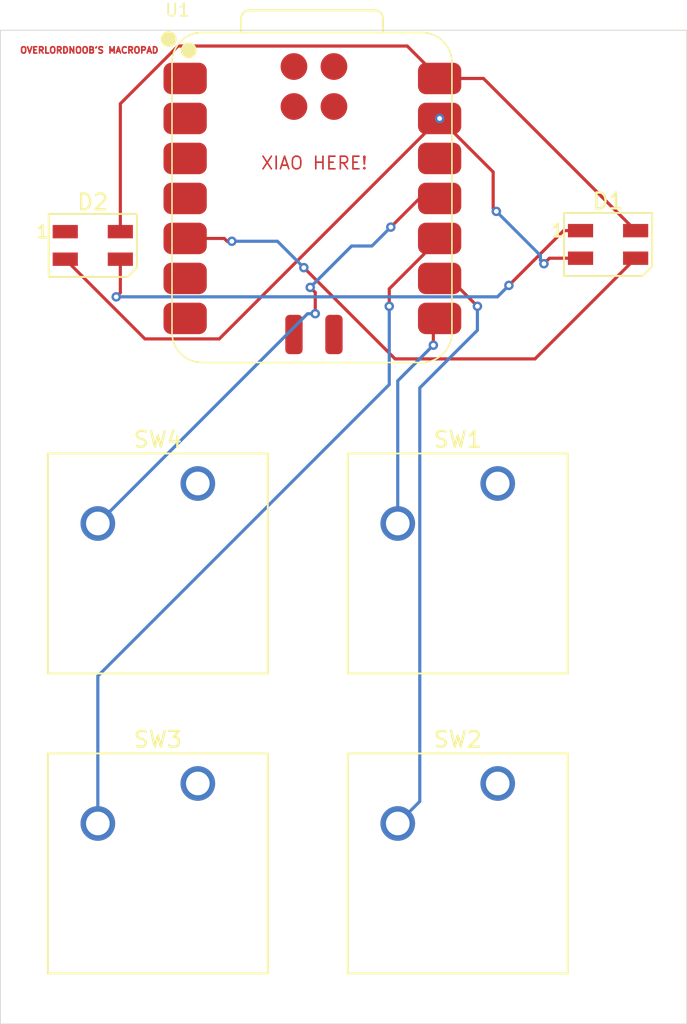
<source format=kicad_pcb>
(kicad_pcb (version 20240108) (generator "pcbnew") (generator_version "8.0")
  (layers (0 "F.Cu" signal) (31 "B.Cu" signal) (34 "B.Paste" user) (35 "F.Paste" user) (36 "B.SilkS" user "B.Silkscreen") (37 "F.SilkS" user "F.Silkscreen") (38 "B.Mask" user) (39 "F.Mask" user) (44 "Edge.Cuts" user))
  (net 0 "")
  (net 1 "Net-(D1-DOUT)")
  (net 2 "GND")
  (net 3 "Net-(D1-DIN)")
  (net 4 "+5V")
  (net 6 "Net-(U1-GPIO1{slash}RX)")
  (net 9 "Net-(U1-GPIO2{slash}SCK)")
  (net 10 "Net-(U1-GPIO4{slash}MISO)")
  (net 12 "Net-(U1-GPIO3{slash}MOSI)")
  (footprint "Button_Switch_Keyboard:SW_Cherry_MX_1.00u_PCB" (layer "F.Cu") (at 116.84 75.8825)
    (property "Reference" "SW4" (at -2.54 -2.794 0) (layer "F.SilkS"))
    (property "Value" "SW_Push")
    (fp_line (start -9.525 -1.905) (end 4.445 -1.905) (stroke (width 0.12)) (layer "F.SilkS"))
    (fp_line (start -9.525 12.065) (end -9.525 -1.905) (stroke (width 0.12)) (layer "F.SilkS"))
    (fp_line (start 4.445 -1.905) (end 4.445 12.065) (stroke (width 0.12)) (layer "F.SilkS"))
    (fp_line (start 4.445 12.065) (end -9.525 12.065) (stroke (width 0.12)) (layer "F.SilkS"))
    (pad "" np_thru_hole circle (at -7.62 5.08) (size 1.7 1.7) (drill 1.7) (layers "*.Cu" "*.Mask"))
    (pad "" np_thru_hole circle (at -2.54 5.08) (size 4 4) (drill 4) (layers "*.Cu" "*.Mask"))
    (pad "" np_thru_hole circle (at 2.54 5.08) (size 1.7 1.7) (drill 1.7) (layers "*.Cu" "*.Mask"))
    (pad "1" thru_hole circle (at 0 0) (size 2.2 2.2) (drill 1.5) (layers "*.Cu" "*.Mask"))
    (pad "2" thru_hole circle (at -6.35 2.54) (size 2.2 2.2) (drill 1.5) (layers "*.Cu" "*.Mask") (net 12 "Net-(U1-GPIO3{slash}MOSI)"))
  )
  (footprint "LED_SMD:LED_SK6812MINI_PLCC4_3.5x3.5mm_P1.75mm" (layer "F.Cu") (at 142.9 60.7)
    (property "Reference" "D1" (at 0 -2.75 0) (layer "F.SilkS"))
    (property "Value" "SK6812MINI")
    (fp_line (start -2.8 -2) (end -2.8 2) (stroke (width 0.12)) (layer "F.SilkS"))
    (fp_line (start -2.8 -2) (end 2.8 -2) (stroke (width 0.12)) (layer "F.SilkS"))
    (fp_line (start -2.8 2) (end 2.2 2) (stroke (width 0.12)) (layer "F.SilkS"))
    (fp_line (start 2.8 1.4) (end 2.2 2) (stroke (width 0.12)) (layer "F.SilkS"))
    (fp_line (start 2.8 1.4) (end 2.8 -2) (stroke (width 0.12)) (layer "F.SilkS"))
    (fp_text user "1" (at -3.2 -0.875 0) (layer "F.SilkS") (effects (font (size 0.8 0.8))))
    (pad "1" smd rect (at -1.75 -0.875) (size 1.6 0.85) (layers "F.Cu" "F.Paste" "F.Mask") (net 1 "Net-(D1-DOUT)"))
    (pad "2" smd rect (at -1.75 0.875) (size 1.6 0.85) (layers "F.Cu" "F.Paste" "F.Mask") (net 2 "GND"))
    (pad "3" smd rect (at 1.75 0.875) (size 1.6 0.85) (layers "F.Cu" "F.Paste" "F.Mask") (net 3 "Net-(D1-DIN)"))
    (pad "4" smd rect (at 1.75 -0.875) (size 1.6 0.85) (layers "F.Cu" "F.Paste" "F.Mask") (net 4 "+5V"))
  )
  (footprint "OPL:XIAO-RP2040-SMD" (layer "F.Cu") (at 124.035 57.78)
    (property "Reference" "U1" (at -9.335 -11.5 0) (layer "F.SilkS") (effects (font (size 0.78232 0.78232) (thickness 0.10668)) (justify left bottom)))
    (property "Value" "XIAO-RP2040-DIP")
    (fp_line (start -8.835 8.513) (end -8.835 -8.632) (stroke (width 0.1)) (layer "F.SilkS"))
    (fp_line (start -6.93 10.418) (end 7.04 10.418) (stroke (width 0.1)) (layer "F.SilkS"))
    (fp_line (start -4.44 -10.537) (end -4.436272 -11.447272) (stroke (width 0.127)) (layer "F.SilkS"))
    (fp_line (start -3.936272 -11.947) (end 4.059 -11.947) (stroke (width 0.127)) (layer "F.SilkS"))
    (fp_line (start 4.559 -11.447) (end 4.559 -10.537) (stroke (width 0.127)) (layer "F.SilkS"))
    (fp_line (start 7.04 -10.537) (end -6.93 -10.537) (stroke (width 0.1)) (layer "F.SilkS"))
    (fp_line (start 8.945 8.513) (end 8.945 -8.632) (stroke (width 0.1)) (layer "F.SilkS"))
    (fp_arc (start -8.835 -8.636) (mid -8.277038 -9.983038) (end -6.93 -10.541) (stroke (width 0.1)) (layer "F.SilkS"))
    (fp_arc (start -6.93 10.418) (mid -8.277038 9.860038) (end -8.835 8.513) (stroke (width 0.1)) (layer "F.SilkS"))
    (fp_arc (start -4.436272 -11.447272) (mid -4.289724 -11.800644) (end -3.936272 -11.947) (stroke (width 0.127)) (layer "F.SilkS"))
    (fp_arc (start 4.059 -11.947) (mid 4.412553 -11.800553) (end 4.559 -11.447) (stroke (width 0.127)) (layer "F.SilkS"))
    (fp_arc (start 7.04 -10.537) (mid 8.387038 -9.979038) (end 8.945 -8.632) (stroke (width 0.1)) (layer "F.SilkS"))
    (fp_arc (start 8.945 8.513) (mid 8.387038 9.860038) (end 7.04 10.418) (stroke (width 0.1)) (layer "F.SilkS"))
    (fp_circle (center -9.045 -10.121) (end -9.045 -10.375) (stroke (width 0.5)) (fill solid) (layer "F.SilkS"))
    (fp_circle (center -7.771 -9.404) (end -7.771 -9.658) (stroke (width 0.5)) (fill solid) (layer "F.SilkS"))
    (pad "1" smd roundrect (at -8 -7.62) (size 2.75 2) (layers "F.Cu" "F.Paste" "F.Mask"))
    (pad "2" smd roundrect (at -8 -5.08) (size 2.75 2) (layers "F.Cu" "F.Paste" "F.Mask"))
    (pad "3" smd roundrect (at -8 -2.54) (size 2.75 2) (layers "F.Cu" "F.Paste" "F.Mask"))
    (pad "4" smd roundrect (at -8 0) (size 2.75 2) (layers "F.Cu" "F.Paste" "F.Mask"))
    (pad "5" smd roundrect (at -8 2.54) (size 2.75 2) (layers "F.Cu" "F.Paste" "F.Mask") (net 3 "Net-(D1-DIN)"))
    (pad "6" smd roundrect (at -8 5.08) (size 2.75 2) (layers "F.Cu" "F.Paste" "F.Mask"))
    (pad "7" smd roundrect (at -8 7.62) (size 2.75 2) (layers "F.Cu" "F.Paste" "F.Mask"))
    (pad "8" smd roundrect (at 8.165 7.62) (size 2.75 2) (layers "F.Cu" "F.Paste" "F.Mask") (net 6 "Net-(U1-GPIO1{slash}RX)"))
    (pad "9" smd roundrect (at 8.165 5.08) (size 2.75 2) (layers "F.Cu" "F.Paste" "F.Mask") (net 9 "Net-(U1-GPIO2{slash}SCK)"))
    (pad "10" smd roundrect (at 8.165 2.54) (size 2.75 2) (layers "F.Cu" "F.Paste" "F.Mask") (net 10 "Net-(U1-GPIO4{slash}MISO)"))
    (pad "11" smd roundrect (at 8.165 0) (size 2.75 2) (layers "F.Cu" "F.Paste" "F.Mask") (net 12 "Net-(U1-GPIO3{slash}MOSI)"))
    (pad "12" smd roundrect (at 8.165 -2.54) (size 2.75 2) (layers "F.Cu" "F.Paste" "F.Mask"))
    (pad "13" smd roundrect (at 8.165 -5.08) (size 2.75 2) (layers "F.Cu" "F.Paste" "F.Mask") (net 2 "GND"))
    (pad "14" smd roundrect (at 8.165 -7.62) (size 2.75 2) (layers "F.Cu" "F.Paste" "F.Mask") (net 4 "+5V"))
    (pad "15" smd roundrect (at -1.088 8.64 270) (size 2.5 1.1) (layers "F.Cu" "F.Paste" "F.Mask"))
    (pad "16" smd roundrect (at 1.452 8.64 270) (size 2.5 1.1) (layers "F.Cu" "F.Paste" "F.Mask"))
    (pad "17" smd circle (at -1.088 -8.378) (size 1.7 1.7) (layers "F.Cu" "F.Paste" "F.Mask"))
    (pad "18" smd circle (at 1.452 -8.378) (size 1.7 1.7) (layers "F.Cu" "F.Paste" "F.Mask"))
    (pad "19" smd circle (at -1.088 -5.838) (size 1.7 1.7) (layers "F.Cu" "F.Paste" "F.Mask"))
    (pad "20" smd circle (at 1.452 -5.838) (size 1.7 1.7) (layers "F.Cu" "F.Paste" "F.Mask"))
  )
  (footprint "Button_Switch_Keyboard:SW_Cherry_MX_1.00u_PCB" (layer "F.Cu") (at 135.89 75.8825)
    (property "Reference" "SW1" (at -2.54 -2.794 0) (layer "F.SilkS"))
    (property "Value" "SW_Push")
    (fp_line (start -9.525 -1.905) (end 4.445 -1.905) (stroke (width 0.12)) (layer "F.SilkS"))
    (fp_line (start -9.525 12.065) (end -9.525 -1.905) (stroke (width 0.12)) (layer "F.SilkS"))
    (fp_line (start 4.445 -1.905) (end 4.445 12.065) (stroke (width 0.12)) (layer "F.SilkS"))
    (fp_line (start 4.445 12.065) (end -9.525 12.065) (stroke (width 0.12)) (layer "F.SilkS"))
    (pad "" np_thru_hole circle (at -7.62 5.08) (size 1.7 1.7) (drill 1.7) (layers "*.Cu" "*.Mask"))
    (pad "" np_thru_hole circle (at -2.54 5.08) (size 4 4) (drill 4) (layers "*.Cu" "*.Mask"))
    (pad "" np_thru_hole circle (at 2.54 5.08) (size 1.7 1.7) (drill 1.7) (layers "*.Cu" "*.Mask"))
    (pad "1" thru_hole circle (at 0 0) (size 2.2 2.2) (drill 1.5) (layers "*.Cu" "*.Mask"))
    (pad "2" thru_hole circle (at -6.35 2.54) (size 2.2 2.2) (drill 1.5) (layers "*.Cu" "*.Mask") (net 6 "Net-(U1-GPIO1{slash}RX)"))
  )
  (footprint "LED_SMD:LED_SK6812MINI_PLCC4_3.5x3.5mm_P1.75mm" (layer "F.Cu") (at 110.16875 60.76375)
    (property "Reference" "D2" (at 0 -2.75 0) (layer "F.SilkS"))
    (property "Value" "SK6812MINI")
    (fp_line (start -2.8 -2) (end -2.8 2) (stroke (width 0.12)) (layer "F.SilkS"))
    (fp_line (start -2.8 -2) (end 2.8 -2) (stroke (width 0.12)) (layer "F.SilkS"))
    (fp_line (start -2.8 2) (end 2.2 2) (stroke (width 0.12)) (layer "F.SilkS"))
    (fp_line (start 2.8 1.4) (end 2.2 2) (stroke (width 0.12)) (layer "F.SilkS"))
    (fp_line (start 2.8 1.4) (end 2.8 -2) (stroke (width 0.12)) (layer "F.SilkS"))
    (fp_text user "1" (at -3.2 -0.875 0) (layer "F.SilkS") (effects (font (size 0.8 0.8))))
    (pad "1" smd rect (at -1.75 -0.875) (size 1.6 0.85) (layers "F.Cu" "F.Paste" "F.Mask"))
    (pad "2" smd rect (at -1.75 0.875) (size 1.6 0.85) (layers "F.Cu" "F.Paste" "F.Mask") (net 2 "GND"))
    (pad "3" smd rect (at 1.75 0.875) (size 1.6 0.85) (layers "F.Cu" "F.Paste" "F.Mask") (net 1 "Net-(D1-DOUT)"))
    (pad "4" smd rect (at 1.75 -0.875) (size 1.6 0.85) (layers "F.Cu" "F.Paste" "F.Mask") (net 4 "+5V"))
  )
  (footprint "Button_Switch_Keyboard:SW_Cherry_MX_1.00u_PCB" (layer "F.Cu") (at 135.89 94.9325)
    (property "Reference" "SW2" (at -2.54 -2.794 0) (layer "F.SilkS"))
    (property "Value" "SW_Push")
    (fp_line (start -9.525 -1.905) (end 4.445 -1.905) (stroke (width 0.12)) (layer "F.SilkS"))
    (fp_line (start -9.525 12.065) (end -9.525 -1.905) (stroke (width 0.12)) (layer "F.SilkS"))
    (fp_line (start 4.445 -1.905) (end 4.445 12.065) (stroke (width 0.12)) (layer "F.SilkS"))
    (fp_line (start 4.445 12.065) (end -9.525 12.065) (stroke (width 0.12)) (layer "F.SilkS"))
    (pad "" np_thru_hole circle (at -7.62 5.08) (size 1.7 1.7) (drill 1.7) (layers "*.Cu" "*.Mask"))
    (pad "" np_thru_hole circle (at -2.54 5.08) (size 4 4) (drill 4) (layers "*.Cu" "*.Mask"))
    (pad "" np_thru_hole circle (at 2.54 5.08) (size 1.7 1.7) (drill 1.7) (layers "*.Cu" "*.Mask"))
    (pad "1" thru_hole circle (at 0 0) (size 2.2 2.2) (drill 1.5) (layers "*.Cu" "*.Mask"))
    (pad "2" thru_hole circle (at -6.35 2.54) (size 2.2 2.2) (drill 1.5) (layers "*.Cu" "*.Mask") (net 9 "Net-(U1-GPIO2{slash}SCK)"))
  )
  (footprint "Button_Switch_Keyboard:SW_Cherry_MX_1.00u_PCB" (layer "F.Cu") (at 116.84 94.9325)
    (property "Reference" "SW3" (at -2.54 -2.794 0) (layer "F.SilkS"))
    (property "Value" "SW_Push")
    (fp_line (start -9.525 -1.905) (end 4.445 -1.905) (stroke (width 0.12)) (layer "F.SilkS"))
    (fp_line (start -9.525 12.065) (end -9.525 -1.905) (stroke (width 0.12)) (layer "F.SilkS"))
    (fp_line (start 4.445 -1.905) (end 4.445 12.065) (stroke (width 0.12)) (layer "F.SilkS"))
    (fp_line (start 4.445 12.065) (end -9.525 12.065) (stroke (width 0.12)) (layer "F.SilkS"))
    (pad "" np_thru_hole circle (at -7.62 5.08) (size 1.7 1.7) (drill 1.7) (layers "*.Cu" "*.Mask"))
    (pad "" np_thru_hole circle (at -2.54 5.08) (size 4 4) (drill 4) (layers "*.Cu" "*.Mask"))
    (pad "" np_thru_hole circle (at 2.54 5.08) (size 1.7 1.7) (drill 1.7) (layers "*.Cu" "*.Mask"))
    (pad "1" thru_hole circle (at 0 0) (size 2.2 2.2) (drill 1.5) (layers "*.Cu" "*.Mask"))
    (pad "2" thru_hole circle (at -6.35 2.54) (size 2.2 2.2) (drill 1.5) (layers "*.Cu" "*.Mask") (net 10 "Net-(U1-GPIO4{slash}MISO)"))
  )
  (gr_rect (start 104.3 47.1) (end 147.9 110.2) (stroke (width 0.05)) (fill none) (layer "Edge.Cuts"))
  (gr_text "XIAO HERE!" (at 120.8 56 0) (layer "F.Cu") (effects (font (size 0.8 0.8) (thickness 0.1)) (justify left bottom)))
  (gr_text "OVERLORDNOOB'S MACROPAD" (at 105.5 48.6 0) (layer "F.Cu") (effects (font (size 0.4 0.4) (thickness 0.1) (bold yes)) (justify left bottom)))
  (segment (start 140.075 59.825) (end 141.15 59.825) (width 0.2) (layer "F.Cu") (net 1))
  (segment (start 111.91875 61.63875) (end 111.91875 63.767034) (width 0.2) (layer "F.Cu") (net 1))
  (segment (start 136.6 63.3) (end 140.075 59.825) (width 0.2) (layer "F.Cu") (net 1))
  (segment (start 111.91875 63.767034) (end 111.657157 64.028627) (width 0.2) (layer "F.Cu") (net 1))
  (via (at 111.657157 64.028627) (size 0.6) (drill 0.3) (layers "F.Cu" "B.Cu") (net 1))
  (via (at 136.6 63.3) (size 0.6) (drill 0.3) (layers "F.Cu" "B.Cu") (net 1))
  (segment (start 111.657157 64.028627) (end 135.871373 64.028627) (width 0.2) (layer "B.Cu") (net 1))
  (segment (start 135.871373 64.028627) (end 136.6 63.3) (width 0.2) (layer "B.Cu") (net 1))
  (segment (start 135.8 58.6) (end 135.6 58.4) (width 0.2) (layer "F.Cu") (net 2))
  (segment (start 135.6 58.4) (end 135.6 56.1) (width 0.2) (layer "F.Cu") (net 2))
  (segment (start 108.41875 61.63875) (end 113.48 66.7) (width 0.2) (layer "F.Cu") (net 2))
  (segment (start 139.17353 61.575) (end 138.824265 61.924265) (width 0.2) (layer "F.Cu") (net 2))
  (segment (start 141.15 61.575) (end 139.17353 61.575) (width 0.2) (layer "F.Cu") (net 2))
  (segment (start 113.48 66.7) (end 118.2 66.7) (width 0.2) (layer "F.Cu") (net 2))
  (segment (start 118.2 66.7) (end 132.2 52.7) (width 0.2) (layer "F.Cu") (net 2))
  (segment (start 135.6 56.1) (end 132.2 52.7) (width 0.2) (layer "F.Cu") (net 2))
  (via (at 135.8 58.6) (size 0.6) (drill 0.3) (layers "F.Cu" "B.Cu") (net 2))
  (via (at 138.824265 61.924265) (size 0.6) (drill 0.3) (layers "F.Cu" "B.Cu") (net 2))
  (via (at 132.2 52.7) (size 0.6) (drill 0.3) (layers "F.Cu" "B.Cu") (net 2))
  (segment (start 138.824265 61.924265) (end 138.6 61.7) (width 0.2) (layer "B.Cu") (net 2))
  (segment (start 138.6 61.7) (end 138.6 61.4) (width 0.2) (layer "B.Cu") (net 2))
  (segment (start 138.6 61.4) (end 135.8 58.6) (width 0.2) (layer "B.Cu") (net 2))
  (segment (start 138.255 67.97) (end 129.37 67.97) (width 0.2) (layer "F.Cu") (net 3))
  (segment (start 144.65 61.575) (end 138.255 67.97) (width 0.2) (layer "F.Cu") (net 3))
  (segment (start 118.7 60.5) (end 118.52 60.32) (width 0.2) (layer "F.Cu") (net 3))
  (segment (start 129.37 67.97) (end 123.574265 62.174265) (width 0.2) (layer "F.Cu") (net 3))
  (segment (start 119 60.5) (end 118.7 60.5) (width 0.2) (layer "F.Cu") (net 3))
  (segment (start 118.52 60.32) (end 116.035 60.32) (width 0.2) (layer "F.Cu") (net 3))
  (via (at 119 60.5) (size 0.6) (drill 0.3) (layers "F.Cu" "B.Cu") (net 3))
  (via (at 123.574265 62.174265) (size 0.6) (drill 0.3) (layers "F.Cu" "B.Cu") (net 3))
  (segment (start 121.9 60.5) (end 119 60.5) (width 0.2) (layer "B.Cu") (net 3))
  (segment (start 123.574265 62.174265) (end 121.9 60.5) (width 0.2) (layer "B.Cu") (net 3))
  (segment (start 115.581358 48.1) (end 130.14 48.1) (width 0.2) (layer "F.Cu") (net 4))
  (segment (start 144.65 59.825) (end 134.985 50.16) (width 0.2) (layer "F.Cu") (net 4))
  (segment (start 130.14 48.1) (end 132.2 50.16) (width 0.2) (layer "F.Cu") (net 4))
  (segment (start 111.91875 51.762608) (end 115.581358 48.1) (width 0.2) (layer "F.Cu") (net 4))
  (segment (start 111.91875 59.88875) (end 111.91875 51.762608) (width 0.2) (layer "F.Cu") (net 4))
  (segment (start 134.985 50.16) (end 132.2 50.16) (width 0.2) (layer "F.Cu") (net 4))
  (segment (start 131.8 65.8) (end 132.2 65.4) (width 0.2) (layer "F.Cu") (net 6))
  (segment (start 131.8 67.1) (end 131.8 65.8) (width 0.2) (layer "F.Cu") (net 6))
  (via (at 131.8 67.1) (size 0.6) (drill 0.3) (layers "F.Cu" "B.Cu") (net 6))
  (segment (start 129.54 69.36) (end 131.8 67.1) (width 0.2) (layer "B.Cu") (net 6))
  (segment (start 129.54 78.4225) (end 129.54 69.36) (width 0.2) (layer "B.Cu") (net 6))
  (segment (start 132.831373 62.86) (end 132.2 62.86) (width 0.2) (layer "F.Cu") (net 9))
  (segment (start 134.6 64.628627) (end 132.831373 62.86) (width 0.2) (layer "F.Cu") (net 9))
  (via (at 134.6 64.628627) (size 0.6) (drill 0.3) (layers "F.Cu" "B.Cu") (net 9))
  (segment (start 130.94 96.0725) (end 130.94 69.808529) (width 0.2) (layer "B.Cu") (net 9))
  (segment (start 129.54 97.4725) (end 130.94 96.0725) (width 0.2) (layer "B.Cu") (net 9))
  (segment (start 134.6 66.148529) (end 134.6 64.628627) (width 0.2) (layer "B.Cu") (net 9))
  (segment (start 130.94 69.808529) (end 134.6 66.148529) (width 0.2) (layer "B.Cu") (net 9))
  (segment (start 129 63.52) (end 132.2 60.32) (width 0.2) (layer "F.Cu") (net 10))
  (segment (start 129 64.628627) (end 129 63.52) (width 0.2) (layer "F.Cu") (net 10))
  (via (at 129 64.628627) (size 0.6) (drill 0.3) (layers "F.Cu" "B.Cu") (net 10))
  (segment (start 110.49 97.4725) (end 110.49 88.11) (width 0.2) (layer "B.Cu") (net 10))
  (segment (start 110.49 88.11) (end 129 69.6) (width 0.2) (layer "B.Cu") (net 10))
  (segment (start 129 69.6) (end 129 64.628627) (width 0.2) (layer "B.Cu") (net 10))
  (segment (start 124.3 65.1) (end 124.3 63.748527) (width 0.2) (layer "F.Cu") (net 12))
  (segment (start 129.1 59.6) (end 130.92 57.78) (width 0.2) (layer "F.Cu") (net 12))
  (segment (start 130.92 57.78) (end 132.2 57.78) (width 0.2) (layer "F.Cu") (net 12))
  (segment (start 124.3 63.748527) (end 123.9801 63.428627) (width 0.2) (layer "F.Cu") (net 12))
  (via (at 124.3 65.1) (size 0.6) (drill 0.3) (layers "F.Cu" "B.Cu") (net 12))
  (via (at 129.1 59.6) (size 0.6) (drill 0.3) (layers "F.Cu" "B.Cu") (net 12))
  (via (at 123.9801 63.428627) (size 0.6) (drill 0.3) (layers "F.Cu" "B.Cu") (net 12))
  (segment (start 126.608727 60.8) (end 127.1 60.8) (width 0.2) (layer "B.Cu") (net 12))
  (segment (start 123.9801 63.428627) (end 126.608727 60.8) (width 0.2) (layer "B.Cu") (net 12))
  (segment (start 110.49 78.4225) (end 123.8125 65.1) (width 0.2) (layer "B.Cu") (net 12))
  (segment (start 127.1 60.8) (end 127.9 60.8) (width 0.2) (layer "B.Cu") (net 12))
  (segment (start 123.8125 65.1) (end 124.3 65.1) (width 0.2) (layer "B.Cu") (net 12))
  (segment (start 127.9 60.8) (end 129.1 59.6) (width 0.2) (layer "B.Cu") (net 12))
)
</source>
